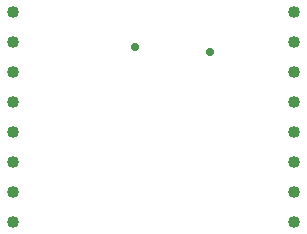
<source format=gbr>
%TF.GenerationSoftware,Altium Limited,Altium Designer,22.10.1 (41)*%
G04 Layer_Color=0*
%FSLAX45Y45*%
%MOMM*%
%TF.SameCoordinates,19E9B31E-7746-43A9-897C-89C24B045B63*%
%TF.FilePolarity,Positive*%
%TF.FileFunction,Plated,1,2,PTH,Drill*%
%TF.Part,Single*%
G01*
G75*
%TA.AperFunction,ComponentDrill*%
%ADD28C,1.02000*%
%TA.AperFunction,ViaDrill,NotFilled*%
%ADD29C,0.71120*%
D28*
X3039207Y2025650D02*
D03*
Y1771650D02*
D03*
Y1517650D02*
D03*
Y1263650D02*
D03*
Y1009650D02*
D03*
Y755650D02*
D03*
Y501650D02*
D03*
Y247650D02*
D03*
X664307Y2019275D02*
D03*
Y1765275D02*
D03*
Y1511275D02*
D03*
Y1257275D02*
D03*
Y1003275D02*
D03*
Y749275D02*
D03*
Y495275D02*
D03*
Y241275D02*
D03*
D29*
X1694614Y1725485D02*
D03*
X2328007Y1682750D02*
D03*
%TF.MD5,f794ab6896b1316759596887bf000b78*%
M02*

</source>
